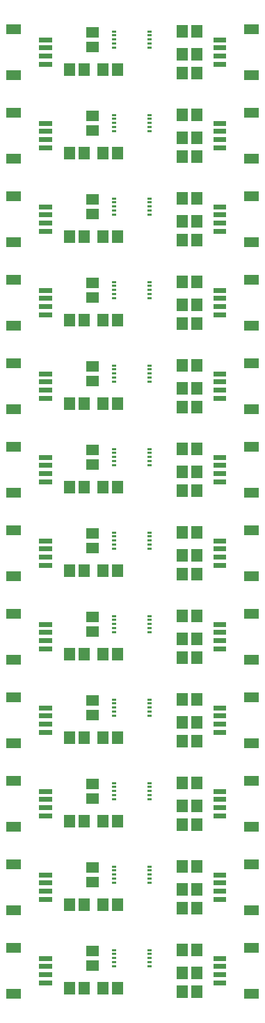
<source format=gbr>
G04 start of page 11 for group -4015 idx -4015 *
G04 Title: (unknown), toppaste *
G04 Creator: pcb 20140316 *
G04 CreationDate: Sun 30 Dec 2018 07:28:16 PM GMT UTC *
G04 For: railfan *
G04 Format: Gerber/RS-274X *
G04 PCB-Dimensions (mil): 1435.00 4900.00 *
G04 PCB-Coordinate-Origin: lower left *
%MOIN*%
%FSLAX25Y25*%
%LNTOPPASTE*%
%ADD46R,0.0100X0.0100*%
%ADD45R,0.0512X0.0512*%
%ADD44R,0.0472X0.0472*%
%ADD43R,0.0236X0.0236*%
G54D43*X111630Y459094D02*X115370D01*
X111630Y463031D02*X115370D01*
X111630Y466969D02*X115370D01*
X111630Y470906D02*X115370D01*
G54D44*X127575Y453976D02*X129937D01*
X127575Y476024D02*X129937D01*
G54D43*X28130Y470906D02*X31870D01*
X28130Y466969D02*X31870D01*
X28130Y463031D02*X31870D01*
X28130Y459094D02*X31870D01*
G54D44*X13563Y476024D02*X15925D01*
X13563Y453976D02*X15925D01*
G54D45*X95457Y475393D02*Y474607D01*
X102543Y475393D02*Y474607D01*
G54D46*X62500Y474937D02*X63500D01*
X62500Y472969D02*X63500D01*
X62500Y471000D02*X63500D01*
X62500Y469031D02*X63500D01*
X62500Y467063D02*X63500D01*
X79500D02*X80500D01*
X79500Y469031D02*X80500D01*
X79500Y471000D02*X80500D01*
X79500Y472969D02*X80500D01*
X79500Y474937D02*X80500D01*
G54D45*X52107Y467457D02*X52893D01*
X52107Y474543D02*X52893D01*
X57457Y456893D02*Y456107D01*
X64543Y456893D02*Y456107D01*
X41457Y456893D02*Y456107D01*
X48543Y456893D02*Y456107D01*
X95457Y464393D02*Y463607D01*
X102543Y464393D02*Y463607D01*
X95457Y455393D02*Y454607D01*
X102543Y455393D02*Y454607D01*
G54D43*X111630Y419094D02*X115370D01*
X111630Y423031D02*X115370D01*
X111630Y426969D02*X115370D01*
X111630Y430906D02*X115370D01*
G54D44*X127575Y413976D02*X129937D01*
X127575Y436024D02*X129937D01*
G54D43*X28130Y430906D02*X31870D01*
X28130Y426969D02*X31870D01*
X28130Y423031D02*X31870D01*
X28130Y419094D02*X31870D01*
G54D44*X13563Y436024D02*X15925D01*
X13563Y413976D02*X15925D01*
G54D45*X95457Y435393D02*Y434607D01*
X102543Y435393D02*Y434607D01*
G54D46*X62500Y434937D02*X63500D01*
X62500Y432969D02*X63500D01*
X62500Y431000D02*X63500D01*
X62500Y429031D02*X63500D01*
X62500Y427063D02*X63500D01*
X79500D02*X80500D01*
X79500Y429031D02*X80500D01*
X79500Y431000D02*X80500D01*
X79500Y432969D02*X80500D01*
X79500Y434937D02*X80500D01*
G54D45*X52107Y427457D02*X52893D01*
X52107Y434543D02*X52893D01*
X57457Y416893D02*Y416107D01*
X64543Y416893D02*Y416107D01*
X41457Y416893D02*Y416107D01*
X48543Y416893D02*Y416107D01*
X95457Y424393D02*Y423607D01*
X102543Y424393D02*Y423607D01*
X95457Y415393D02*Y414607D01*
X102543Y415393D02*Y414607D01*
G54D43*X111630Y379094D02*X115370D01*
X111630Y383031D02*X115370D01*
X111630Y386969D02*X115370D01*
X111630Y390906D02*X115370D01*
G54D44*X127575Y373976D02*X129937D01*
X127575Y396024D02*X129937D01*
G54D43*X28130Y390906D02*X31870D01*
X28130Y386969D02*X31870D01*
X28130Y383031D02*X31870D01*
X28130Y379094D02*X31870D01*
G54D44*X13563Y396024D02*X15925D01*
X13563Y373976D02*X15925D01*
G54D45*X95457Y395393D02*Y394607D01*
X102543Y395393D02*Y394607D01*
G54D46*X62500Y394937D02*X63500D01*
X62500Y392969D02*X63500D01*
X62500Y391000D02*X63500D01*
X62500Y389031D02*X63500D01*
X62500Y387063D02*X63500D01*
X79500D02*X80500D01*
X79500Y389031D02*X80500D01*
X79500Y391000D02*X80500D01*
X79500Y392969D02*X80500D01*
X79500Y394937D02*X80500D01*
G54D45*X52107Y387457D02*X52893D01*
X52107Y394543D02*X52893D01*
X57457Y376893D02*Y376107D01*
X64543Y376893D02*Y376107D01*
X41457Y376893D02*Y376107D01*
X48543Y376893D02*Y376107D01*
X95457Y384393D02*Y383607D01*
X102543Y384393D02*Y383607D01*
X95457Y375393D02*Y374607D01*
X102543Y375393D02*Y374607D01*
G54D43*X111630Y339094D02*X115370D01*
X111630Y343031D02*X115370D01*
X111630Y346969D02*X115370D01*
X111630Y350906D02*X115370D01*
G54D44*X127575Y333976D02*X129937D01*
X127575Y356024D02*X129937D01*
G54D43*X28130Y350906D02*X31870D01*
X28130Y346969D02*X31870D01*
X28130Y343031D02*X31870D01*
X28130Y339094D02*X31870D01*
G54D44*X13563Y356024D02*X15925D01*
X13563Y333976D02*X15925D01*
G54D45*X95457Y355393D02*Y354607D01*
X102543Y355393D02*Y354607D01*
G54D46*X62500Y354937D02*X63500D01*
X62500Y352969D02*X63500D01*
X62500Y351000D02*X63500D01*
X62500Y349031D02*X63500D01*
X62500Y347063D02*X63500D01*
X79500D02*X80500D01*
X79500Y349031D02*X80500D01*
X79500Y351000D02*X80500D01*
X79500Y352969D02*X80500D01*
X79500Y354937D02*X80500D01*
G54D45*X52107Y347457D02*X52893D01*
X52107Y354543D02*X52893D01*
X57457Y336893D02*Y336107D01*
X64543Y336893D02*Y336107D01*
X41457Y336893D02*Y336107D01*
X48543Y336893D02*Y336107D01*
X95457Y344393D02*Y343607D01*
X102543Y344393D02*Y343607D01*
X95457Y335393D02*Y334607D01*
X102543Y335393D02*Y334607D01*
G54D43*X111630Y299094D02*X115370D01*
X111630Y303031D02*X115370D01*
X111630Y306969D02*X115370D01*
X111630Y310906D02*X115370D01*
G54D44*X127575Y293976D02*X129937D01*
X127575Y316024D02*X129937D01*
G54D43*X28130Y310906D02*X31870D01*
X28130Y306969D02*X31870D01*
X28130Y303031D02*X31870D01*
X28130Y299094D02*X31870D01*
G54D44*X13563Y316024D02*X15925D01*
X13563Y293976D02*X15925D01*
G54D45*X95457Y315393D02*Y314607D01*
X102543Y315393D02*Y314607D01*
G54D46*X62500Y314937D02*X63500D01*
X62500Y312969D02*X63500D01*
X62500Y311000D02*X63500D01*
X62500Y309031D02*X63500D01*
X62500Y307063D02*X63500D01*
X79500D02*X80500D01*
X79500Y309031D02*X80500D01*
X79500Y311000D02*X80500D01*
X79500Y312969D02*X80500D01*
X79500Y314937D02*X80500D01*
G54D45*X52107Y307457D02*X52893D01*
X52107Y314543D02*X52893D01*
X57457Y296893D02*Y296107D01*
X64543Y296893D02*Y296107D01*
X41457Y296893D02*Y296107D01*
X48543Y296893D02*Y296107D01*
X95457Y304393D02*Y303607D01*
X102543Y304393D02*Y303607D01*
X95457Y295393D02*Y294607D01*
X102543Y295393D02*Y294607D01*
G54D43*X111630Y259094D02*X115370D01*
X111630Y263031D02*X115370D01*
X111630Y266969D02*X115370D01*
X111630Y270906D02*X115370D01*
G54D44*X127575Y253976D02*X129937D01*
X127575Y276024D02*X129937D01*
G54D43*X28130Y270906D02*X31870D01*
X28130Y266969D02*X31870D01*
X28130Y263031D02*X31870D01*
X28130Y259094D02*X31870D01*
G54D44*X13563Y276024D02*X15925D01*
X13563Y253976D02*X15925D01*
G54D45*X95457Y275393D02*Y274607D01*
X102543Y275393D02*Y274607D01*
G54D46*X62500Y274937D02*X63500D01*
X62500Y272969D02*X63500D01*
X62500Y271000D02*X63500D01*
X62500Y269031D02*X63500D01*
X62500Y267063D02*X63500D01*
X79500D02*X80500D01*
X79500Y269031D02*X80500D01*
X79500Y271000D02*X80500D01*
X79500Y272969D02*X80500D01*
X79500Y274937D02*X80500D01*
G54D45*X52107Y267457D02*X52893D01*
X52107Y274543D02*X52893D01*
X57457Y256893D02*Y256107D01*
X64543Y256893D02*Y256107D01*
X41457Y256893D02*Y256107D01*
X48543Y256893D02*Y256107D01*
X95457Y264393D02*Y263607D01*
X102543Y264393D02*Y263607D01*
X95457Y255393D02*Y254607D01*
X102543Y255393D02*Y254607D01*
G54D43*X111630Y219094D02*X115370D01*
X111630Y223031D02*X115370D01*
X111630Y226969D02*X115370D01*
X111630Y230906D02*X115370D01*
G54D44*X127575Y213976D02*X129937D01*
X127575Y236024D02*X129937D01*
G54D43*X28130Y230906D02*X31870D01*
X28130Y226969D02*X31870D01*
X28130Y223031D02*X31870D01*
X28130Y219094D02*X31870D01*
G54D44*X13563Y236024D02*X15925D01*
X13563Y213976D02*X15925D01*
G54D45*X95457Y235393D02*Y234607D01*
X102543Y235393D02*Y234607D01*
G54D46*X62500Y234937D02*X63500D01*
X62500Y232969D02*X63500D01*
X62500Y231000D02*X63500D01*
X62500Y229031D02*X63500D01*
X62500Y227063D02*X63500D01*
X79500D02*X80500D01*
X79500Y229031D02*X80500D01*
X79500Y231000D02*X80500D01*
X79500Y232969D02*X80500D01*
X79500Y234937D02*X80500D01*
G54D45*X52107Y227457D02*X52893D01*
X52107Y234543D02*X52893D01*
X57457Y216893D02*Y216107D01*
X64543Y216893D02*Y216107D01*
X41457Y216893D02*Y216107D01*
X48543Y216893D02*Y216107D01*
X95457Y224393D02*Y223607D01*
X102543Y224393D02*Y223607D01*
X95457Y215393D02*Y214607D01*
X102543Y215393D02*Y214607D01*
G54D43*X111630Y179094D02*X115370D01*
X111630Y183031D02*X115370D01*
X111630Y186969D02*X115370D01*
X111630Y190906D02*X115370D01*
G54D44*X127575Y173976D02*X129937D01*
X127575Y196024D02*X129937D01*
G54D43*X28130Y190906D02*X31870D01*
X28130Y186969D02*X31870D01*
X28130Y183031D02*X31870D01*
X28130Y179094D02*X31870D01*
G54D44*X13563Y196024D02*X15925D01*
X13563Y173976D02*X15925D01*
G54D45*X95457Y195393D02*Y194607D01*
X102543Y195393D02*Y194607D01*
G54D46*X62500Y194937D02*X63500D01*
X62500Y192969D02*X63500D01*
X62500Y191000D02*X63500D01*
X62500Y189031D02*X63500D01*
X62500Y187063D02*X63500D01*
X79500D02*X80500D01*
X79500Y189031D02*X80500D01*
X79500Y191000D02*X80500D01*
X79500Y192969D02*X80500D01*
X79500Y194937D02*X80500D01*
G54D45*X52107Y187457D02*X52893D01*
X52107Y194543D02*X52893D01*
X57457Y176893D02*Y176107D01*
X64543Y176893D02*Y176107D01*
X41457Y176893D02*Y176107D01*
X48543Y176893D02*Y176107D01*
X95457Y184393D02*Y183607D01*
X102543Y184393D02*Y183607D01*
X95457Y175393D02*Y174607D01*
X102543Y175393D02*Y174607D01*
G54D43*X111630Y139094D02*X115370D01*
X111630Y143031D02*X115370D01*
X111630Y146969D02*X115370D01*
X111630Y150906D02*X115370D01*
G54D44*X127575Y133976D02*X129937D01*
X127575Y156024D02*X129937D01*
G54D43*X28130Y150906D02*X31870D01*
X28130Y146969D02*X31870D01*
X28130Y143031D02*X31870D01*
X28130Y139094D02*X31870D01*
G54D44*X13563Y156024D02*X15925D01*
X13563Y133976D02*X15925D01*
G54D45*X95457Y155393D02*Y154607D01*
X102543Y155393D02*Y154607D01*
G54D46*X62500Y154937D02*X63500D01*
X62500Y152969D02*X63500D01*
X62500Y151000D02*X63500D01*
X62500Y149031D02*X63500D01*
X62500Y147063D02*X63500D01*
X79500D02*X80500D01*
X79500Y149031D02*X80500D01*
X79500Y151000D02*X80500D01*
X79500Y152969D02*X80500D01*
X79500Y154937D02*X80500D01*
G54D45*X52107Y147457D02*X52893D01*
X52107Y154543D02*X52893D01*
X57457Y136893D02*Y136107D01*
X64543Y136893D02*Y136107D01*
X41457Y136893D02*Y136107D01*
X48543Y136893D02*Y136107D01*
X95457Y144393D02*Y143607D01*
X102543Y144393D02*Y143607D01*
X95457Y135393D02*Y134607D01*
X102543Y135393D02*Y134607D01*
G54D43*X111630Y99094D02*X115370D01*
X111630Y103031D02*X115370D01*
X111630Y106969D02*X115370D01*
X111630Y110906D02*X115370D01*
G54D44*X127575Y93976D02*X129937D01*
X127575Y116024D02*X129937D01*
G54D43*X28130Y110906D02*X31870D01*
X28130Y106969D02*X31870D01*
X28130Y103031D02*X31870D01*
X28130Y99094D02*X31870D01*
G54D44*X13563Y116024D02*X15925D01*
X13563Y93976D02*X15925D01*
G54D45*X95457Y115393D02*Y114607D01*
X102543Y115393D02*Y114607D01*
G54D46*X62500Y114937D02*X63500D01*
X62500Y112969D02*X63500D01*
X62500Y111000D02*X63500D01*
X62500Y109031D02*X63500D01*
X62500Y107063D02*X63500D01*
X79500D02*X80500D01*
X79500Y109031D02*X80500D01*
X79500Y111000D02*X80500D01*
X79500Y112969D02*X80500D01*
X79500Y114937D02*X80500D01*
G54D45*X52107Y107457D02*X52893D01*
X52107Y114543D02*X52893D01*
X57457Y96893D02*Y96107D01*
X64543Y96893D02*Y96107D01*
X41457Y96893D02*Y96107D01*
X48543Y96893D02*Y96107D01*
X95457Y104393D02*Y103607D01*
X102543Y104393D02*Y103607D01*
X95457Y95393D02*Y94607D01*
X102543Y95393D02*Y94607D01*
G54D43*X111630Y59094D02*X115370D01*
X111630Y63031D02*X115370D01*
X111630Y66969D02*X115370D01*
X111630Y70906D02*X115370D01*
G54D44*X127575Y53976D02*X129937D01*
X127575Y76024D02*X129937D01*
G54D43*X28130Y70906D02*X31870D01*
X28130Y66969D02*X31870D01*
X28130Y63031D02*X31870D01*
X28130Y59094D02*X31870D01*
G54D44*X13563Y76024D02*X15925D01*
X13563Y53976D02*X15925D01*
G54D45*X95457Y75393D02*Y74607D01*
X102543Y75393D02*Y74607D01*
G54D46*X62500Y74937D02*X63500D01*
X62500Y72969D02*X63500D01*
X62500Y71000D02*X63500D01*
X62500Y69031D02*X63500D01*
X62500Y67063D02*X63500D01*
X79500D02*X80500D01*
X79500Y69031D02*X80500D01*
X79500Y71000D02*X80500D01*
X79500Y72969D02*X80500D01*
X79500Y74937D02*X80500D01*
G54D45*X52107Y67457D02*X52893D01*
X52107Y74543D02*X52893D01*
X57457Y56893D02*Y56107D01*
X64543Y56893D02*Y56107D01*
X41457Y56893D02*Y56107D01*
X48543Y56893D02*Y56107D01*
X95457Y64393D02*Y63607D01*
X102543Y64393D02*Y63607D01*
X95457Y55393D02*Y54607D01*
X102543Y55393D02*Y54607D01*
G54D43*X111630Y19094D02*X115370D01*
X111630Y23031D02*X115370D01*
X111630Y26969D02*X115370D01*
X111630Y30906D02*X115370D01*
G54D44*X127575Y13976D02*X129937D01*
X127575Y36024D02*X129937D01*
G54D43*X28130Y30906D02*X31870D01*
X28130Y26969D02*X31870D01*
X28130Y23031D02*X31870D01*
X28130Y19094D02*X31870D01*
G54D44*X13563Y36024D02*X15925D01*
X13563Y13976D02*X15925D01*
G54D45*X95457Y35393D02*Y34607D01*
X102543Y35393D02*Y34607D01*
G54D46*X62500Y34937D02*X63500D01*
X62500Y32969D02*X63500D01*
X62500Y31000D02*X63500D01*
X62500Y29031D02*X63500D01*
X62500Y27063D02*X63500D01*
X79500D02*X80500D01*
X79500Y29031D02*X80500D01*
X79500Y31000D02*X80500D01*
X79500Y32969D02*X80500D01*
X79500Y34937D02*X80500D01*
G54D45*X52107Y27457D02*X52893D01*
X52107Y34543D02*X52893D01*
X57457Y16893D02*Y16107D01*
X64543Y16893D02*Y16107D01*
X41457Y16893D02*Y16107D01*
X48543Y16893D02*Y16107D01*
X95457Y24393D02*Y23607D01*
X102543Y24393D02*Y23607D01*
X95457Y15393D02*Y14607D01*
X102543Y15393D02*Y14607D01*
M02*

</source>
